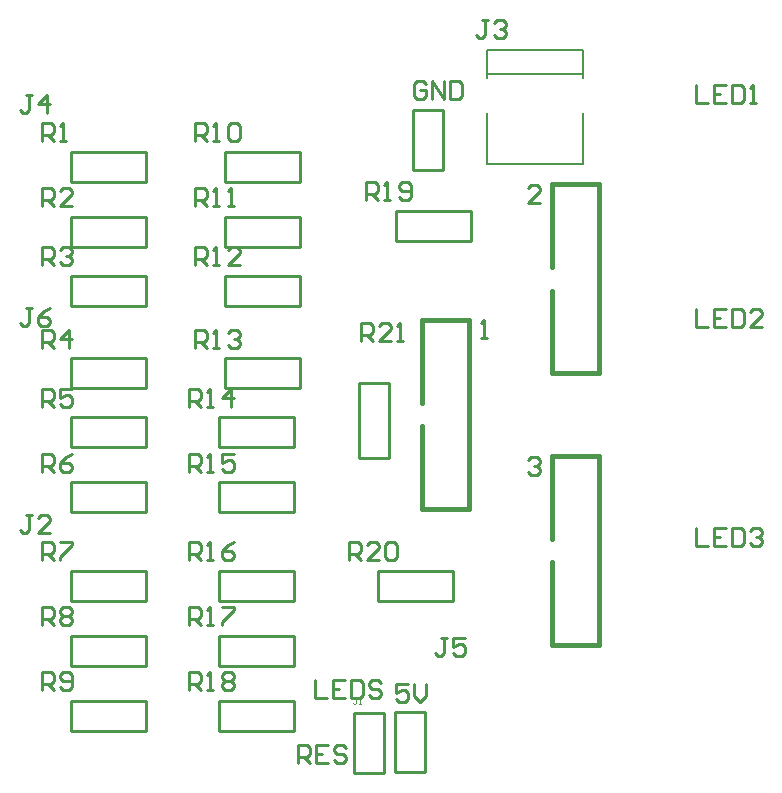
<source format=gto>
G04 Layer_Color=15132400*
%FSLAX24Y24*%
%MOIN*%
G70*
G01*
G75*
%ADD10C,0.0100*%
%ADD20C,0.0157*%
%ADD21C,0.0079*%
%ADD22C,0.0039*%
D10*
X20600Y30815D02*
X23100D01*
Y29815D02*
Y30815D01*
X20600Y29815D02*
Y30815D01*
Y29815D02*
X23100D01*
X20600Y28650D02*
X23100D01*
Y27650D02*
Y28650D01*
X20600Y27650D02*
Y28650D01*
Y27650D02*
X23100D01*
X20600Y26681D02*
X23100D01*
Y25681D02*
Y26681D01*
X20600Y25681D02*
Y26681D01*
Y25681D02*
X23100D01*
X20600Y23925D02*
X23100D01*
Y22925D02*
Y23925D01*
X20600Y22925D02*
Y23925D01*
Y22925D02*
X23100D01*
X20600Y21957D02*
X23100D01*
Y20957D02*
Y21957D01*
X20600Y20957D02*
Y21957D01*
Y20957D02*
X23100D01*
X20600Y19791D02*
X23100D01*
Y18791D02*
Y19791D01*
X20600Y18791D02*
Y19791D01*
Y18791D02*
X23100D01*
X20600Y16839D02*
X23100D01*
Y15839D02*
Y16839D01*
X20600Y15839D02*
Y16839D01*
Y15839D02*
X23100D01*
X20600Y14673D02*
X23100D01*
Y13673D02*
Y14673D01*
X20600Y13673D02*
Y14673D01*
Y13673D02*
X23100D01*
X20600Y12508D02*
X23100D01*
Y11508D02*
Y12508D01*
X20600Y11508D02*
Y12508D01*
Y11508D02*
X23100D01*
X25719Y30815D02*
X28219D01*
Y29815D02*
Y30815D01*
X25719Y29815D02*
Y30815D01*
Y29815D02*
X28219D01*
X25719Y28650D02*
X28219D01*
Y27650D02*
Y28650D01*
X25719Y27650D02*
Y28650D01*
Y27650D02*
X28219D01*
X25719Y26681D02*
X28219D01*
Y25681D02*
Y26681D01*
X25719Y25681D02*
Y26681D01*
Y25681D02*
X28219D01*
X25719Y23925D02*
X28219D01*
Y22925D02*
Y23925D01*
X25719Y22925D02*
Y23925D01*
Y22925D02*
X28219D01*
X25522Y21957D02*
X28022D01*
Y20957D02*
Y21957D01*
X25522Y20957D02*
Y21957D01*
Y20957D02*
X28022D01*
X25522Y19791D02*
X28022D01*
Y18791D02*
Y19791D01*
X25522Y18791D02*
Y19791D01*
Y18791D02*
X28022D01*
X25522Y16839D02*
X28022D01*
Y15839D02*
Y16839D01*
X25522Y15839D02*
Y16839D01*
Y15839D02*
X28022D01*
X25522Y14673D02*
X28022D01*
Y13673D02*
Y14673D01*
X25522Y13673D02*
Y14673D01*
Y13673D02*
X28022D01*
X25522Y12508D02*
X28022D01*
Y11508D02*
Y12508D01*
X25522Y11508D02*
Y12508D01*
Y11508D02*
X28022D01*
X31427Y28846D02*
X33927D01*
Y27846D02*
Y28846D01*
X31427Y27846D02*
Y28846D01*
Y27846D02*
X33927D01*
X30837Y16839D02*
X33337D01*
Y15839D02*
Y16839D01*
X30837Y15839D02*
Y16839D01*
Y15839D02*
X33337D01*
X30209Y20600D02*
Y23100D01*
X31209D01*
X30209Y20600D02*
X31209D01*
Y23100D01*
X32480Y30209D02*
X32980D01*
Y32209D01*
X31980D02*
X32980D01*
X31980Y30209D02*
Y32209D01*
Y30209D02*
X32480D01*
X30012Y12114D02*
X30512D01*
X30012Y10114D02*
Y12114D01*
Y10114D02*
X31012D01*
Y12114D01*
X30512D02*
X31012D01*
X31890Y10130D02*
X32390D01*
Y12130D01*
X31390D02*
X32390D01*
X31390Y10130D02*
Y12130D01*
Y10130D02*
X31890D01*
X28740Y13198D02*
Y12598D01*
X29140D01*
X29740Y13198D02*
X29340D01*
Y12598D01*
X29740D01*
X29340Y12898D02*
X29540D01*
X29940Y13198D02*
Y12598D01*
X30240D01*
X30340Y12698D01*
Y13098D01*
X30240Y13198D01*
X29940D01*
X30939Y13098D02*
X30839Y13198D01*
X30640D01*
X30540Y13098D01*
Y12998D01*
X30640Y12898D01*
X30839D01*
X30939Y12798D01*
Y12698D01*
X30839Y12598D01*
X30640D01*
X30540Y12698D01*
X28150Y10433D02*
Y11033D01*
X28450D01*
X28549Y10933D01*
Y10733D01*
X28450Y10633D01*
X28150D01*
X28350D02*
X28549Y10433D01*
X29149Y11033D02*
X28749D01*
Y10433D01*
X29149D01*
X28749Y10733D02*
X28949D01*
X29749Y10933D02*
X29649Y11033D01*
X29449D01*
X29349Y10933D01*
Y10833D01*
X29449Y10733D01*
X29649D01*
X29749Y10633D01*
Y10533D01*
X29649Y10433D01*
X29449D01*
X29349Y10533D01*
X34252Y24606D02*
X34452D01*
X34352D01*
Y25206D01*
X34252Y25106D01*
X19298Y18710D02*
X19098D01*
X19198D01*
Y18210D01*
X19098Y18110D01*
X18998D01*
X18898Y18210D01*
X19897Y18110D02*
X19497D01*
X19897Y18510D01*
Y18610D01*
X19797Y18710D01*
X19597D01*
X19497Y18610D01*
X19298Y25600D02*
X19098D01*
X19198D01*
Y25100D01*
X19098Y25000D01*
X18998D01*
X18898Y25100D01*
X19897Y25600D02*
X19697Y25500D01*
X19497Y25300D01*
Y25100D01*
X19597Y25000D01*
X19797D01*
X19897Y25100D01*
Y25200D01*
X19797Y25300D01*
X19497D01*
X19298Y32686D02*
X19098D01*
X19198D01*
Y32187D01*
X19098Y32087D01*
X18998D01*
X18898Y32187D01*
X19797Y32087D02*
Y32686D01*
X19497Y32387D01*
X19897D01*
X19613Y31162D02*
Y31762D01*
X19913D01*
X20013Y31662D01*
Y31462D01*
X19913Y31362D01*
X19613D01*
X19813D02*
X20013Y31162D01*
X20213D02*
X20413D01*
X20313D01*
Y31762D01*
X20213Y31662D01*
X19613Y28998D02*
Y29598D01*
X19913D01*
X20013Y29498D01*
Y29298D01*
X19913Y29198D01*
X19613D01*
X19813D02*
X20013Y28998D01*
X20613D02*
X20213D01*
X20613Y29398D01*
Y29498D01*
X20513Y29598D01*
X20313D01*
X20213Y29498D01*
X19613Y27035D02*
Y27634D01*
X19913D01*
X20013Y27534D01*
Y27335D01*
X19913Y27235D01*
X19613D01*
X19813D02*
X20013Y27035D01*
X20213Y27534D02*
X20313Y27634D01*
X20513D01*
X20613Y27534D01*
Y27435D01*
X20513Y27335D01*
X20413D01*
X20513D01*
X20613Y27235D01*
Y27135D01*
X20513Y27035D01*
X20313D01*
X20213Y27135D01*
X19613Y24270D02*
Y24870D01*
X19913D01*
X20013Y24770D01*
Y24570D01*
X19913Y24470D01*
X19613D01*
X19813D02*
X20013Y24270D01*
X20513D02*
Y24870D01*
X20213Y24570D01*
X20613D01*
X19613Y22304D02*
Y22903D01*
X19913D01*
X20013Y22803D01*
Y22603D01*
X19913Y22503D01*
X19613D01*
X19813D02*
X20013Y22304D01*
X20613Y22903D02*
X20213D01*
Y22603D01*
X20413Y22703D01*
X20513D01*
X20613Y22603D01*
Y22404D01*
X20513Y22304D01*
X20313D01*
X20213Y22404D01*
X19613Y20143D02*
Y20743D01*
X19913D01*
X20013Y20643D01*
Y20443D01*
X19913Y20343D01*
X19613D01*
X19813D02*
X20013Y20143D01*
X20613Y20743D02*
X20413Y20643D01*
X20213Y20443D01*
Y20243D01*
X20313Y20143D01*
X20513D01*
X20613Y20243D01*
Y20343D01*
X20513Y20443D01*
X20213D01*
X19613Y17192D02*
Y17792D01*
X19913D01*
X20013Y17692D01*
Y17492D01*
X19913Y17392D01*
X19613D01*
X19813D02*
X20013Y17192D01*
X20213Y17792D02*
X20613D01*
Y17692D01*
X20213Y17292D01*
Y17192D01*
X19613Y15028D02*
Y15628D01*
X19913D01*
X20013Y15528D01*
Y15328D01*
X19913Y15228D01*
X19613D01*
X19813D02*
X20013Y15028D01*
X20213Y15528D02*
X20313Y15628D01*
X20513D01*
X20613Y15528D01*
Y15428D01*
X20513Y15328D01*
X20613Y15228D01*
Y15128D01*
X20513Y15028D01*
X20313D01*
X20213Y15128D01*
Y15228D01*
X20313Y15328D01*
X20213Y15428D01*
Y15528D01*
X20313Y15328D02*
X20513D01*
X19613Y12858D02*
Y13457D01*
X19913D01*
X20013Y13357D01*
Y13158D01*
X19913Y13058D01*
X19613D01*
X19813D02*
X20013Y12858D01*
X20213Y12958D02*
X20313Y12858D01*
X20513D01*
X20613Y12958D01*
Y13357D01*
X20513Y13457D01*
X20313D01*
X20213Y13357D01*
Y13257D01*
X20313Y13158D01*
X20613D01*
X24732Y31160D02*
Y31760D01*
X25031D01*
X25131Y31660D01*
Y31460D01*
X25031Y31360D01*
X24732D01*
X24931D02*
X25131Y31160D01*
X25331D02*
X25531D01*
X25431D01*
Y31760D01*
X25331Y31660D01*
X25831D02*
X25931Y31760D01*
X26131D01*
X26231Y31660D01*
Y31260D01*
X26131Y31160D01*
X25931D01*
X25831Y31260D01*
Y31660D01*
X24732Y29000D02*
Y29600D01*
X25031D01*
X25131Y29500D01*
Y29300D01*
X25031Y29200D01*
X24732D01*
X24931D02*
X25131Y29000D01*
X25331D02*
X25531D01*
X25431D01*
Y29600D01*
X25331Y29500D01*
X25831Y29000D02*
X26031D01*
X25931D01*
Y29600D01*
X25831Y29500D01*
X24732Y27027D02*
Y27627D01*
X25031D01*
X25131Y27527D01*
Y27327D01*
X25031Y27227D01*
X24732D01*
X24931D02*
X25131Y27027D01*
X25331D02*
X25531D01*
X25431D01*
Y27627D01*
X25331Y27527D01*
X26231Y27027D02*
X25831D01*
X26231Y27427D01*
Y27527D01*
X26131Y27627D01*
X25931D01*
X25831Y27527D01*
X24732Y24276D02*
Y24876D01*
X25031D01*
X25131Y24776D01*
Y24576D01*
X25031Y24476D01*
X24732D01*
X24931D02*
X25131Y24276D01*
X25331D02*
X25531D01*
X25431D01*
Y24876D01*
X25331Y24776D01*
X25831D02*
X25931Y24876D01*
X26131D01*
X26231Y24776D01*
Y24676D01*
X26131Y24576D01*
X26031D01*
X26131D01*
X26231Y24476D01*
Y24376D01*
X26131Y24276D01*
X25931D01*
X25831Y24376D01*
X24535Y22303D02*
Y22903D01*
X24835D01*
X24935Y22803D01*
Y22603D01*
X24835Y22503D01*
X24535D01*
X24735D02*
X24935Y22303D01*
X25134D02*
X25334D01*
X25234D01*
Y22903D01*
X25134Y22803D01*
X25934Y22303D02*
Y22903D01*
X25634Y22603D01*
X26034D01*
X24535Y20143D02*
Y20743D01*
X24835D01*
X24935Y20643D01*
Y20443D01*
X24835Y20343D01*
X24535D01*
X24735D02*
X24935Y20143D01*
X25134D02*
X25334D01*
X25234D01*
Y20743D01*
X25134Y20643D01*
X26034Y20743D02*
X25634D01*
Y20443D01*
X25834Y20543D01*
X25934D01*
X26034Y20443D01*
Y20243D01*
X25934Y20143D01*
X25734D01*
X25634Y20243D01*
X24535Y17186D02*
Y17786D01*
X24835D01*
X24935Y17686D01*
Y17486D01*
X24835Y17386D01*
X24535D01*
X24735D02*
X24935Y17186D01*
X25134D02*
X25334D01*
X25234D01*
Y17786D01*
X25134Y17686D01*
X26034Y17786D02*
X25834Y17686D01*
X25634Y17486D01*
Y17286D01*
X25734Y17186D01*
X25934D01*
X26034Y17286D01*
Y17386D01*
X25934Y17486D01*
X25634D01*
X24535Y15023D02*
Y15622D01*
X24835D01*
X24935Y15522D01*
Y15323D01*
X24835Y15223D01*
X24535D01*
X24735D02*
X24935Y15023D01*
X25134D02*
X25334D01*
X25234D01*
Y15622D01*
X25134Y15522D01*
X25634Y15622D02*
X26034D01*
Y15522D01*
X25634Y15123D01*
Y15023D01*
X24535Y12857D02*
Y13457D01*
X24835D01*
X24935Y13357D01*
Y13157D01*
X24835Y13057D01*
X24535D01*
X24735D02*
X24935Y12857D01*
X25134D02*
X25334D01*
X25234D01*
Y13457D01*
X25134Y13357D01*
X25634D02*
X25734Y13457D01*
X25934D01*
X26034Y13357D01*
Y13257D01*
X25934Y13157D01*
X26034Y13057D01*
Y12957D01*
X25934Y12857D01*
X25734D01*
X25634Y12957D01*
Y13057D01*
X25734Y13157D01*
X25634Y13257D01*
Y13357D01*
X25734Y13157D02*
X25934D01*
X30440Y29195D02*
Y29794D01*
X30740D01*
X30840Y29694D01*
Y29495D01*
X30740Y29395D01*
X30440D01*
X30640D02*
X30840Y29195D01*
X31040D02*
X31240D01*
X31140D01*
Y29794D01*
X31040Y29694D01*
X31540Y29295D02*
X31640Y29195D01*
X31840D01*
X31940Y29295D01*
Y29694D01*
X31840Y29794D01*
X31640D01*
X31540Y29694D01*
Y29595D01*
X31640Y29495D01*
X31940D01*
X29850Y17192D02*
Y17792D01*
X30150D01*
X30249Y17692D01*
Y17492D01*
X30150Y17392D01*
X29850D01*
X30050D02*
X30249Y17192D01*
X30849D02*
X30449D01*
X30849Y17592D01*
Y17692D01*
X30749Y17792D01*
X30549D01*
X30449Y17692D01*
X31049D02*
X31149Y17792D01*
X31349D01*
X31449Y17692D01*
Y17292D01*
X31349Y17192D01*
X31149D01*
X31049Y17292D01*
Y17692D01*
X30261Y24486D02*
Y25086D01*
X30561D01*
X30661Y24986D01*
Y24786D01*
X30561Y24686D01*
X30261D01*
X30461D02*
X30661Y24486D01*
X31261D02*
X30861D01*
X31261Y24886D01*
Y24986D01*
X31161Y25086D01*
X30961D01*
X30861Y24986D01*
X31461Y24486D02*
X31661D01*
X31561D01*
Y25086D01*
X31461Y24986D01*
X32425Y33054D02*
X32325Y33153D01*
X32125D01*
X32025Y33054D01*
Y32654D01*
X32125Y32554D01*
X32325D01*
X32425Y32654D01*
Y32854D01*
X32225D01*
X32625Y32554D02*
Y33153D01*
X33025Y32554D01*
Y33153D01*
X33225D02*
Y32554D01*
X33525D01*
X33625Y32654D01*
Y33054D01*
X33525Y33153D01*
X33225D01*
X34478Y35193D02*
X34278D01*
X34378D01*
Y34694D01*
X34278Y34594D01*
X34178D01*
X34078Y34694D01*
X34678Y35094D02*
X34778Y35193D01*
X34978D01*
X35078Y35094D01*
Y34994D01*
X34978Y34894D01*
X34878D01*
X34978D01*
X35078Y34794D01*
Y34694D01*
X34978Y34594D01*
X34778D01*
X34678Y34694D01*
X31835Y13075D02*
X31435D01*
Y12775D01*
X31635Y12875D01*
X31735D01*
X31835Y12775D01*
Y12575D01*
X31735Y12475D01*
X31535D01*
X31435Y12575D01*
X32035Y13075D02*
Y12675D01*
X32234Y12475D01*
X32434Y12675D01*
Y13075D01*
X33125Y14600D02*
X32925D01*
X33025D01*
Y14100D01*
X32925Y14000D01*
X32825D01*
X32725Y14100D01*
X33725Y14600D02*
X33325D01*
Y14300D01*
X33525Y14400D01*
X33625D01*
X33725Y14300D01*
Y14100D01*
X33625Y14000D01*
X33425D01*
X33325Y14100D01*
X41423Y25557D02*
Y24957D01*
X41823D01*
X42423Y25557D02*
X42023D01*
Y24957D01*
X42423D01*
X42023Y25257D02*
X42223D01*
X42623Y25557D02*
Y24957D01*
X42923D01*
X43023Y25057D01*
Y25457D01*
X42923Y25557D01*
X42623D01*
X43622Y24957D02*
X43223D01*
X43622Y25357D01*
Y25457D01*
X43522Y25557D01*
X43323D01*
X43223Y25457D01*
X41426Y33033D02*
Y32434D01*
X41826D01*
X42426Y33033D02*
X42026D01*
Y32434D01*
X42426D01*
X42026Y32734D02*
X42226D01*
X42626Y33033D02*
Y32434D01*
X42926D01*
X43026Y32534D01*
Y32933D01*
X42926Y33033D01*
X42626D01*
X43226Y32434D02*
X43426D01*
X43326D01*
Y33033D01*
X43226Y32933D01*
X36236Y29100D02*
X35837D01*
X36236Y29500D01*
Y29600D01*
X36136Y29700D01*
X35937D01*
X35837Y29600D01*
X41417Y18277D02*
Y17677D01*
X41817D01*
X42417Y18277D02*
X42017D01*
Y17677D01*
X42417D01*
X42017Y17977D02*
X42217D01*
X42617Y18277D02*
Y17677D01*
X42917D01*
X43017Y17777D01*
Y18177D01*
X42917Y18277D01*
X42617D01*
X43217Y18177D02*
X43317Y18277D01*
X43517D01*
X43617Y18177D01*
Y18077D01*
X43517Y17977D01*
X43417D01*
X43517D01*
X43617Y17877D01*
Y17777D01*
X43517Y17677D01*
X43317D01*
X43217Y17777D01*
X35837Y20545D02*
X35937Y20644D01*
X36136D01*
X36236Y20545D01*
Y20445D01*
X36136Y20345D01*
X36037D01*
X36136D01*
X36236Y20245D01*
Y20145D01*
X36136Y20045D01*
X35937D01*
X35837Y20145D01*
D20*
X32283Y18898D02*
Y21654D01*
Y18898D02*
X33858D01*
Y25197D01*
X32283D02*
X33858D01*
X32283Y22441D02*
Y25197D01*
X36614Y23425D02*
Y26181D01*
Y23425D02*
X38189D01*
Y29724D01*
X36614D02*
X38189D01*
X36614Y26969D02*
Y29724D01*
Y14370D02*
Y17126D01*
Y14370D02*
X38189D01*
Y20669D01*
X36614D02*
X38189D01*
X36614Y17913D02*
Y20669D01*
D21*
X37677Y33268D02*
Y33386D01*
X34449D02*
X37677D01*
X34449Y33268D02*
Y33386D01*
X37677Y30394D02*
Y32087D01*
X34449Y30394D02*
X37677D01*
X34449D02*
Y32087D01*
Y33386D02*
Y34213D01*
X37677D01*
Y33386D02*
Y34213D01*
D22*
X30131Y12597D02*
X30066D01*
X30098D01*
Y12433D01*
X30066Y12400D01*
X30033D01*
X30000Y12433D01*
X30197Y12400D02*
X30262D01*
X30230D01*
Y12597D01*
X30197Y12564D01*
M02*

</source>
